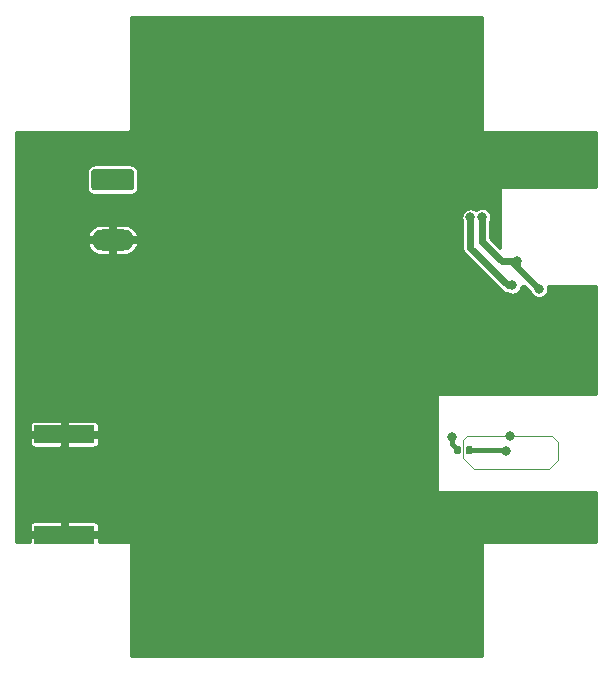
<source format=gbr>
G04 #@! TF.GenerationSoftware,KiCad,Pcbnew,5.1.2-1.fc30*
G04 #@! TF.CreationDate,2019-06-07T11:55:58+09:00*
G04 #@! TF.ProjectId,ltc6268_tia,6c746336-3236-4385-9f74-69612e6b6963,rev?*
G04 #@! TF.SameCoordinates,Original*
G04 #@! TF.FileFunction,Copper,L2,Bot*
G04 #@! TF.FilePolarity,Positive*
%FSLAX46Y46*%
G04 Gerber Fmt 4.6, Leading zero omitted, Abs format (unit mm)*
G04 Created by KiCad (PCBNEW 5.1.2-1.fc30) date 2019-06-07 11:55:58*
%MOMM*%
%LPD*%
G04 APERTURE LIST*
%ADD10O,3.600000X1.800000*%
%ADD11C,0.100000*%
%ADD12C,1.800000*%
%ADD13C,0.590000*%
%ADD14R,5.080000X1.500000*%
%ADD15C,1.600000*%
%ADD16C,0.800000*%
%ADD17C,0.120000*%
%ADD18C,0.600000*%
%ADD19C,0.400000*%
%ADD20C,0.254000*%
G04 APERTURE END LIST*
D10*
X68600000Y-44280000D03*
D11*
G36*
X70174504Y-38301204D02*
G01*
X70198773Y-38304804D01*
X70222571Y-38310765D01*
X70245671Y-38319030D01*
X70267849Y-38329520D01*
X70288893Y-38342133D01*
X70308598Y-38356747D01*
X70326777Y-38373223D01*
X70343253Y-38391402D01*
X70357867Y-38411107D01*
X70370480Y-38432151D01*
X70380970Y-38454329D01*
X70389235Y-38477429D01*
X70395196Y-38501227D01*
X70398796Y-38525496D01*
X70400000Y-38550000D01*
X70400000Y-39850000D01*
X70398796Y-39874504D01*
X70395196Y-39898773D01*
X70389235Y-39922571D01*
X70380970Y-39945671D01*
X70370480Y-39967849D01*
X70357867Y-39988893D01*
X70343253Y-40008598D01*
X70326777Y-40026777D01*
X70308598Y-40043253D01*
X70288893Y-40057867D01*
X70267849Y-40070480D01*
X70245671Y-40080970D01*
X70222571Y-40089235D01*
X70198773Y-40095196D01*
X70174504Y-40098796D01*
X70150000Y-40100000D01*
X67050000Y-40100000D01*
X67025496Y-40098796D01*
X67001227Y-40095196D01*
X66977429Y-40089235D01*
X66954329Y-40080970D01*
X66932151Y-40070480D01*
X66911107Y-40057867D01*
X66891402Y-40043253D01*
X66873223Y-40026777D01*
X66856747Y-40008598D01*
X66842133Y-39988893D01*
X66829520Y-39967849D01*
X66819030Y-39945671D01*
X66810765Y-39922571D01*
X66804804Y-39898773D01*
X66801204Y-39874504D01*
X66800000Y-39850000D01*
X66800000Y-38550000D01*
X66801204Y-38525496D01*
X66804804Y-38501227D01*
X66810765Y-38477429D01*
X66819030Y-38454329D01*
X66829520Y-38432151D01*
X66842133Y-38411107D01*
X66856747Y-38391402D01*
X66873223Y-38373223D01*
X66891402Y-38356747D01*
X66911107Y-38342133D01*
X66932151Y-38329520D01*
X66954329Y-38319030D01*
X66977429Y-38310765D01*
X67001227Y-38304804D01*
X67025496Y-38301204D01*
X67050000Y-38300000D01*
X70150000Y-38300000D01*
X70174504Y-38301204D01*
X70174504Y-38301204D01*
G37*
D12*
X68600000Y-39200000D03*
D11*
G36*
X98946958Y-61780710D02*
G01*
X98961276Y-61782834D01*
X98975317Y-61786351D01*
X98988946Y-61791228D01*
X99002031Y-61797417D01*
X99014447Y-61804858D01*
X99026073Y-61813481D01*
X99036798Y-61823202D01*
X99046519Y-61833927D01*
X99055142Y-61845553D01*
X99062583Y-61857969D01*
X99068772Y-61871054D01*
X99073649Y-61884683D01*
X99077166Y-61898724D01*
X99079290Y-61913042D01*
X99080000Y-61927500D01*
X99080000Y-62272500D01*
X99079290Y-62286958D01*
X99077166Y-62301276D01*
X99073649Y-62315317D01*
X99068772Y-62328946D01*
X99062583Y-62342031D01*
X99055142Y-62354447D01*
X99046519Y-62366073D01*
X99036798Y-62376798D01*
X99026073Y-62386519D01*
X99014447Y-62395142D01*
X99002031Y-62402583D01*
X98988946Y-62408772D01*
X98975317Y-62413649D01*
X98961276Y-62417166D01*
X98946958Y-62419290D01*
X98932500Y-62420000D01*
X98637500Y-62420000D01*
X98623042Y-62419290D01*
X98608724Y-62417166D01*
X98594683Y-62413649D01*
X98581054Y-62408772D01*
X98567969Y-62402583D01*
X98555553Y-62395142D01*
X98543927Y-62386519D01*
X98533202Y-62376798D01*
X98523481Y-62366073D01*
X98514858Y-62354447D01*
X98507417Y-62342031D01*
X98501228Y-62328946D01*
X98496351Y-62315317D01*
X98492834Y-62301276D01*
X98490710Y-62286958D01*
X98490000Y-62272500D01*
X98490000Y-61927500D01*
X98490710Y-61913042D01*
X98492834Y-61898724D01*
X98496351Y-61884683D01*
X98501228Y-61871054D01*
X98507417Y-61857969D01*
X98514858Y-61845553D01*
X98523481Y-61833927D01*
X98533202Y-61823202D01*
X98543927Y-61813481D01*
X98555553Y-61804858D01*
X98567969Y-61797417D01*
X98581054Y-61791228D01*
X98594683Y-61786351D01*
X98608724Y-61782834D01*
X98623042Y-61780710D01*
X98637500Y-61780000D01*
X98932500Y-61780000D01*
X98946958Y-61780710D01*
X98946958Y-61780710D01*
G37*
D13*
X98785000Y-62100000D03*
D11*
G36*
X97976958Y-61780710D02*
G01*
X97991276Y-61782834D01*
X98005317Y-61786351D01*
X98018946Y-61791228D01*
X98032031Y-61797417D01*
X98044447Y-61804858D01*
X98056073Y-61813481D01*
X98066798Y-61823202D01*
X98076519Y-61833927D01*
X98085142Y-61845553D01*
X98092583Y-61857969D01*
X98098772Y-61871054D01*
X98103649Y-61884683D01*
X98107166Y-61898724D01*
X98109290Y-61913042D01*
X98110000Y-61927500D01*
X98110000Y-62272500D01*
X98109290Y-62286958D01*
X98107166Y-62301276D01*
X98103649Y-62315317D01*
X98098772Y-62328946D01*
X98092583Y-62342031D01*
X98085142Y-62354447D01*
X98076519Y-62366073D01*
X98066798Y-62376798D01*
X98056073Y-62386519D01*
X98044447Y-62395142D01*
X98032031Y-62402583D01*
X98018946Y-62408772D01*
X98005317Y-62413649D01*
X97991276Y-62417166D01*
X97976958Y-62419290D01*
X97962500Y-62420000D01*
X97667500Y-62420000D01*
X97653042Y-62419290D01*
X97638724Y-62417166D01*
X97624683Y-62413649D01*
X97611054Y-62408772D01*
X97597969Y-62402583D01*
X97585553Y-62395142D01*
X97573927Y-62386519D01*
X97563202Y-62376798D01*
X97553481Y-62366073D01*
X97544858Y-62354447D01*
X97537417Y-62342031D01*
X97531228Y-62328946D01*
X97526351Y-62315317D01*
X97522834Y-62301276D01*
X97520710Y-62286958D01*
X97520000Y-62272500D01*
X97520000Y-61927500D01*
X97520710Y-61913042D01*
X97522834Y-61898724D01*
X97526351Y-61884683D01*
X97531228Y-61871054D01*
X97537417Y-61857969D01*
X97544858Y-61845553D01*
X97553481Y-61833927D01*
X97563202Y-61823202D01*
X97573927Y-61813481D01*
X97585553Y-61804858D01*
X97597969Y-61797417D01*
X97611054Y-61791228D01*
X97624683Y-61786351D01*
X97638724Y-61782834D01*
X97653042Y-61780710D01*
X97667500Y-61780000D01*
X97962500Y-61780000D01*
X97976958Y-61780710D01*
X97976958Y-61780710D01*
G37*
D13*
X97815000Y-62100000D03*
D14*
X64500000Y-69250000D03*
X64500000Y-60750000D03*
D15*
X84500000Y-42500000D03*
X89000000Y-42500000D03*
X93000000Y-59000000D03*
X91000000Y-58000000D03*
X89000000Y-58000000D03*
X95175000Y-67850000D03*
X95500000Y-40000000D03*
X95500000Y-38000000D03*
X81500000Y-69500000D03*
X77500000Y-69500000D03*
X69500000Y-69000000D03*
X69500000Y-67000000D03*
X69500000Y-61000000D03*
X69500000Y-63000000D03*
X69500000Y-59000000D03*
X79500000Y-60500000D03*
X74500000Y-62500000D03*
X84500000Y-62500000D03*
X78000000Y-39500000D03*
X78000000Y-37500000D03*
X84850000Y-36550000D03*
X68500000Y-48000000D03*
X64500000Y-44500000D03*
X107350000Y-38000000D03*
X107475000Y-67850000D03*
X101475000Y-67850000D03*
X88850000Y-67825000D03*
X98250000Y-46450000D03*
X96300000Y-47850000D03*
X92450000Y-45750000D03*
X95400000Y-57850000D03*
X102050000Y-51450000D03*
X107300000Y-51450000D03*
X80350000Y-47650000D03*
X78200000Y-47650000D03*
X80350000Y-50100000D03*
X77000000Y-53050000D03*
X75450000Y-51500000D03*
X73950000Y-49950000D03*
X81450000Y-44000000D03*
X79350000Y-44000000D03*
D16*
X102235000Y-60865000D03*
X102850000Y-46100000D03*
X104700000Y-48450000D03*
X99900000Y-42350000D03*
X102450000Y-48150000D03*
X98900000Y-42400000D03*
X97300004Y-60950000D03*
X101935000Y-62135000D03*
D17*
X98635000Y-60865000D02*
X102235000Y-60865000D01*
X99200000Y-63700000D02*
X98297010Y-62797010D01*
X98297010Y-61202990D02*
X98635000Y-60865000D01*
X98297010Y-62797010D02*
X98297010Y-61202990D01*
X102900000Y-63700000D02*
X99200000Y-63700000D01*
X102235000Y-60865000D02*
X105765000Y-60865000D01*
X106300000Y-62950000D02*
X105550000Y-63700000D01*
X105765000Y-60865000D02*
X106300000Y-61400000D01*
X103000000Y-63700000D02*
X102900000Y-63700000D01*
X105550000Y-63700000D02*
X102900000Y-63700000D01*
X106300000Y-61400000D02*
X106300000Y-62950000D01*
D18*
X101550000Y-46100000D02*
X99900000Y-44450000D01*
X99900000Y-44450000D02*
X99900000Y-42350000D01*
X102850000Y-46600000D02*
X104700000Y-48450000D01*
X102850000Y-46100000D02*
X102850000Y-46600000D01*
X102350000Y-46100000D02*
X102850000Y-46600000D01*
X102250000Y-46100000D02*
X102350000Y-46100000D01*
X102250000Y-46100000D02*
X101550000Y-46100000D01*
X102850000Y-46100000D02*
X102250000Y-46100000D01*
X98900000Y-45000000D02*
X98900000Y-42400000D01*
X102450000Y-48150000D02*
X102050000Y-48150000D01*
X102050000Y-48150000D02*
X98900000Y-45000000D01*
D19*
X97815000Y-62100000D02*
X97300004Y-61585004D01*
X97300004Y-61585004D02*
X97300004Y-61515685D01*
X97300004Y-61515685D02*
X97300004Y-60950000D01*
X101900000Y-62100000D02*
X101935000Y-62135000D01*
X98785000Y-62100000D02*
X101900000Y-62100000D01*
D20*
G36*
X99873000Y-35000000D02*
G01*
X99875440Y-35024776D01*
X99882667Y-35048601D01*
X99894403Y-35070557D01*
X99910197Y-35089803D01*
X99929443Y-35105597D01*
X99951399Y-35117333D01*
X99975224Y-35124560D01*
X100000000Y-35127000D01*
X109569001Y-35127000D01*
X109569001Y-39823000D01*
X101500000Y-39823000D01*
X101475224Y-39825440D01*
X101451399Y-39832667D01*
X101429443Y-39844403D01*
X101410197Y-39860197D01*
X101394403Y-39879443D01*
X101382667Y-39901399D01*
X101375440Y-39925224D01*
X101373000Y-39950000D01*
X101373000Y-44959921D01*
X100581000Y-44167922D01*
X100581000Y-42736574D01*
X100592113Y-42719942D01*
X100650987Y-42577809D01*
X100681000Y-42426922D01*
X100681000Y-42273078D01*
X100650987Y-42122191D01*
X100592113Y-41980058D01*
X100506642Y-41852141D01*
X100397859Y-41743358D01*
X100269942Y-41657887D01*
X100127809Y-41599013D01*
X99976922Y-41569000D01*
X99823078Y-41569000D01*
X99672191Y-41599013D01*
X99530058Y-41657887D01*
X99402141Y-41743358D01*
X99370453Y-41775046D01*
X99269942Y-41707887D01*
X99127809Y-41649013D01*
X98976922Y-41619000D01*
X98823078Y-41619000D01*
X98672191Y-41649013D01*
X98530058Y-41707887D01*
X98402141Y-41793358D01*
X98293358Y-41902141D01*
X98207887Y-42030058D01*
X98149013Y-42172191D01*
X98119000Y-42323078D01*
X98119000Y-42476922D01*
X98149013Y-42627809D01*
X98207887Y-42769942D01*
X98219001Y-42786575D01*
X98219000Y-44966547D01*
X98215705Y-45000000D01*
X98219000Y-45033452D01*
X98228854Y-45133498D01*
X98267794Y-45261867D01*
X98331030Y-45380173D01*
X98416130Y-45483869D01*
X98442122Y-45505200D01*
X101544800Y-48607879D01*
X101566130Y-48633870D01*
X101669826Y-48718970D01*
X101788132Y-48782206D01*
X101912532Y-48819942D01*
X101916501Y-48821146D01*
X102050000Y-48834295D01*
X102065999Y-48832719D01*
X102080058Y-48842113D01*
X102222191Y-48900987D01*
X102373078Y-48931000D01*
X102526922Y-48931000D01*
X102677809Y-48900987D01*
X102819942Y-48842113D01*
X102947859Y-48756642D01*
X103056642Y-48647859D01*
X103142113Y-48519942D01*
X103200987Y-48377809D01*
X103231000Y-48226922D01*
X103231000Y-48177000D01*
X103463921Y-48177000D01*
X103945110Y-48658189D01*
X103949013Y-48677809D01*
X104007887Y-48819942D01*
X104093358Y-48947859D01*
X104202141Y-49056642D01*
X104330058Y-49142113D01*
X104472191Y-49200987D01*
X104623078Y-49231000D01*
X104776922Y-49231000D01*
X104927809Y-49200987D01*
X105069942Y-49142113D01*
X105197859Y-49056642D01*
X105306642Y-48947859D01*
X105392113Y-48819942D01*
X105450987Y-48677809D01*
X105481000Y-48526922D01*
X105481000Y-48373078D01*
X105450987Y-48222191D01*
X105432268Y-48177000D01*
X109569001Y-48177000D01*
X109569000Y-57373000D01*
X96200000Y-57373000D01*
X96175224Y-57375440D01*
X96151399Y-57382667D01*
X96129443Y-57394403D01*
X96110197Y-57410197D01*
X96094403Y-57429443D01*
X96082667Y-57451399D01*
X96075440Y-57475224D01*
X96073000Y-57500000D01*
X96073000Y-65500000D01*
X96075440Y-65524776D01*
X96082667Y-65548601D01*
X96094403Y-65570557D01*
X96110197Y-65589803D01*
X96129443Y-65605597D01*
X96151399Y-65617333D01*
X96175224Y-65624560D01*
X96200000Y-65627000D01*
X109569000Y-65627000D01*
X109569000Y-69873000D01*
X100000000Y-69873000D01*
X99975224Y-69875440D01*
X99951399Y-69882667D01*
X99929443Y-69894403D01*
X99910197Y-69910197D01*
X99894403Y-69929443D01*
X99882667Y-69951399D01*
X99875440Y-69975224D01*
X99873000Y-70000000D01*
X99873000Y-79569000D01*
X70127000Y-79569000D01*
X70127000Y-70000000D01*
X70124560Y-69975224D01*
X70117333Y-69951399D01*
X70105597Y-69929443D01*
X70089803Y-69910197D01*
X70070557Y-69894403D01*
X70048601Y-69882667D01*
X70024776Y-69875440D01*
X70000000Y-69873000D01*
X67422301Y-69873000D01*
X67421000Y-69568250D01*
X67325750Y-69473000D01*
X64723000Y-69473000D01*
X64723000Y-69493000D01*
X64277000Y-69493000D01*
X64277000Y-69473000D01*
X61674250Y-69473000D01*
X61579000Y-69568250D01*
X61577699Y-69873000D01*
X60431000Y-69873000D01*
X60431000Y-68500000D01*
X61577157Y-68500000D01*
X61579000Y-68931750D01*
X61674250Y-69027000D01*
X64277000Y-69027000D01*
X64277000Y-68214250D01*
X64723000Y-68214250D01*
X64723000Y-69027000D01*
X67325750Y-69027000D01*
X67421000Y-68931750D01*
X67422843Y-68500000D01*
X67415487Y-68425311D01*
X67393701Y-68353492D01*
X67358322Y-68287304D01*
X67310711Y-68229289D01*
X67252696Y-68181678D01*
X67186508Y-68146299D01*
X67114689Y-68124513D01*
X67040000Y-68117157D01*
X64818250Y-68119000D01*
X64723000Y-68214250D01*
X64277000Y-68214250D01*
X64181750Y-68119000D01*
X61960000Y-68117157D01*
X61885311Y-68124513D01*
X61813492Y-68146299D01*
X61747304Y-68181678D01*
X61689289Y-68229289D01*
X61641678Y-68287304D01*
X61606299Y-68353492D01*
X61584513Y-68425311D01*
X61577157Y-68500000D01*
X60431000Y-68500000D01*
X60431000Y-61500000D01*
X61577157Y-61500000D01*
X61584513Y-61574689D01*
X61606299Y-61646508D01*
X61641678Y-61712696D01*
X61689289Y-61770711D01*
X61747304Y-61818322D01*
X61813492Y-61853701D01*
X61885311Y-61875487D01*
X61960000Y-61882843D01*
X64181750Y-61881000D01*
X64277000Y-61785750D01*
X64277000Y-60973000D01*
X64723000Y-60973000D01*
X64723000Y-61785750D01*
X64818250Y-61881000D01*
X67040000Y-61882843D01*
X67114689Y-61875487D01*
X67186508Y-61853701D01*
X67252696Y-61818322D01*
X67310711Y-61770711D01*
X67358322Y-61712696D01*
X67393701Y-61646508D01*
X67415487Y-61574689D01*
X67422843Y-61500000D01*
X67421000Y-61068250D01*
X67325750Y-60973000D01*
X64723000Y-60973000D01*
X64277000Y-60973000D01*
X61674250Y-60973000D01*
X61579000Y-61068250D01*
X61577157Y-61500000D01*
X60431000Y-61500000D01*
X60431000Y-60000000D01*
X61577157Y-60000000D01*
X61579000Y-60431750D01*
X61674250Y-60527000D01*
X64277000Y-60527000D01*
X64277000Y-59714250D01*
X64723000Y-59714250D01*
X64723000Y-60527000D01*
X67325750Y-60527000D01*
X67421000Y-60431750D01*
X67422843Y-60000000D01*
X67415487Y-59925311D01*
X67393701Y-59853492D01*
X67358322Y-59787304D01*
X67310711Y-59729289D01*
X67252696Y-59681678D01*
X67186508Y-59646299D01*
X67114689Y-59624513D01*
X67040000Y-59617157D01*
X64818250Y-59619000D01*
X64723000Y-59714250D01*
X64277000Y-59714250D01*
X64181750Y-59619000D01*
X61960000Y-59617157D01*
X61885311Y-59624513D01*
X61813492Y-59646299D01*
X61747304Y-59681678D01*
X61689289Y-59729289D01*
X61641678Y-59787304D01*
X61606299Y-59853492D01*
X61584513Y-59925311D01*
X61577157Y-60000000D01*
X60431000Y-60000000D01*
X60431000Y-44697587D01*
X66488975Y-44697587D01*
X66510995Y-44806267D01*
X66636511Y-45028118D01*
X66802896Y-45221220D01*
X67003757Y-45378151D01*
X67231374Y-45492881D01*
X67477000Y-45561000D01*
X68377000Y-45561000D01*
X68377000Y-44503000D01*
X68823000Y-44503000D01*
X68823000Y-45561000D01*
X69723000Y-45561000D01*
X69968626Y-45492881D01*
X70196243Y-45378151D01*
X70397104Y-45221220D01*
X70563489Y-45028118D01*
X70689005Y-44806267D01*
X70711025Y-44697587D01*
X70664592Y-44503000D01*
X68823000Y-44503000D01*
X68377000Y-44503000D01*
X66535408Y-44503000D01*
X66488975Y-44697587D01*
X60431000Y-44697587D01*
X60431000Y-43862413D01*
X66488975Y-43862413D01*
X66535408Y-44057000D01*
X68377000Y-44057000D01*
X68377000Y-42999000D01*
X68823000Y-42999000D01*
X68823000Y-44057000D01*
X70664592Y-44057000D01*
X70711025Y-43862413D01*
X70689005Y-43753733D01*
X70563489Y-43531882D01*
X70397104Y-43338780D01*
X70196243Y-43181849D01*
X69968626Y-43067119D01*
X69723000Y-42999000D01*
X68823000Y-42999000D01*
X68377000Y-42999000D01*
X67477000Y-42999000D01*
X67231374Y-43067119D01*
X67003757Y-43181849D01*
X66802896Y-43338780D01*
X66636511Y-43531882D01*
X66510995Y-43753733D01*
X66488975Y-43862413D01*
X60431000Y-43862413D01*
X60431000Y-38550000D01*
X66417157Y-38550000D01*
X66417157Y-39850000D01*
X66429317Y-39973462D01*
X66465329Y-40092179D01*
X66523810Y-40201589D01*
X66602512Y-40297488D01*
X66698411Y-40376190D01*
X66807821Y-40434671D01*
X66926538Y-40470683D01*
X67050000Y-40482843D01*
X70150000Y-40482843D01*
X70273462Y-40470683D01*
X70392179Y-40434671D01*
X70501589Y-40376190D01*
X70597488Y-40297488D01*
X70676190Y-40201589D01*
X70734671Y-40092179D01*
X70770683Y-39973462D01*
X70782843Y-39850000D01*
X70782843Y-38550000D01*
X70770683Y-38426538D01*
X70734671Y-38307821D01*
X70676190Y-38198411D01*
X70597488Y-38102512D01*
X70501589Y-38023810D01*
X70392179Y-37965329D01*
X70273462Y-37929317D01*
X70150000Y-37917157D01*
X67050000Y-37917157D01*
X66926538Y-37929317D01*
X66807821Y-37965329D01*
X66698411Y-38023810D01*
X66602512Y-38102512D01*
X66523810Y-38198411D01*
X66465329Y-38307821D01*
X66429317Y-38426538D01*
X66417157Y-38550000D01*
X60431000Y-38550000D01*
X60431000Y-35127000D01*
X70000000Y-35127000D01*
X70024776Y-35124560D01*
X70048601Y-35117333D01*
X70070557Y-35105597D01*
X70089803Y-35089803D01*
X70105597Y-35070557D01*
X70117333Y-35048601D01*
X70124560Y-35024776D01*
X70127000Y-35000000D01*
X70127000Y-25431000D01*
X99873000Y-25431000D01*
X99873000Y-35000000D01*
X99873000Y-35000000D01*
G37*
X99873000Y-35000000D02*
X99875440Y-35024776D01*
X99882667Y-35048601D01*
X99894403Y-35070557D01*
X99910197Y-35089803D01*
X99929443Y-35105597D01*
X99951399Y-35117333D01*
X99975224Y-35124560D01*
X100000000Y-35127000D01*
X109569001Y-35127000D01*
X109569001Y-39823000D01*
X101500000Y-39823000D01*
X101475224Y-39825440D01*
X101451399Y-39832667D01*
X101429443Y-39844403D01*
X101410197Y-39860197D01*
X101394403Y-39879443D01*
X101382667Y-39901399D01*
X101375440Y-39925224D01*
X101373000Y-39950000D01*
X101373000Y-44959921D01*
X100581000Y-44167922D01*
X100581000Y-42736574D01*
X100592113Y-42719942D01*
X100650987Y-42577809D01*
X100681000Y-42426922D01*
X100681000Y-42273078D01*
X100650987Y-42122191D01*
X100592113Y-41980058D01*
X100506642Y-41852141D01*
X100397859Y-41743358D01*
X100269942Y-41657887D01*
X100127809Y-41599013D01*
X99976922Y-41569000D01*
X99823078Y-41569000D01*
X99672191Y-41599013D01*
X99530058Y-41657887D01*
X99402141Y-41743358D01*
X99370453Y-41775046D01*
X99269942Y-41707887D01*
X99127809Y-41649013D01*
X98976922Y-41619000D01*
X98823078Y-41619000D01*
X98672191Y-41649013D01*
X98530058Y-41707887D01*
X98402141Y-41793358D01*
X98293358Y-41902141D01*
X98207887Y-42030058D01*
X98149013Y-42172191D01*
X98119000Y-42323078D01*
X98119000Y-42476922D01*
X98149013Y-42627809D01*
X98207887Y-42769942D01*
X98219001Y-42786575D01*
X98219000Y-44966547D01*
X98215705Y-45000000D01*
X98219000Y-45033452D01*
X98228854Y-45133498D01*
X98267794Y-45261867D01*
X98331030Y-45380173D01*
X98416130Y-45483869D01*
X98442122Y-45505200D01*
X101544800Y-48607879D01*
X101566130Y-48633870D01*
X101669826Y-48718970D01*
X101788132Y-48782206D01*
X101912532Y-48819942D01*
X101916501Y-48821146D01*
X102050000Y-48834295D01*
X102065999Y-48832719D01*
X102080058Y-48842113D01*
X102222191Y-48900987D01*
X102373078Y-48931000D01*
X102526922Y-48931000D01*
X102677809Y-48900987D01*
X102819942Y-48842113D01*
X102947859Y-48756642D01*
X103056642Y-48647859D01*
X103142113Y-48519942D01*
X103200987Y-48377809D01*
X103231000Y-48226922D01*
X103231000Y-48177000D01*
X103463921Y-48177000D01*
X103945110Y-48658189D01*
X103949013Y-48677809D01*
X104007887Y-48819942D01*
X104093358Y-48947859D01*
X104202141Y-49056642D01*
X104330058Y-49142113D01*
X104472191Y-49200987D01*
X104623078Y-49231000D01*
X104776922Y-49231000D01*
X104927809Y-49200987D01*
X105069942Y-49142113D01*
X105197859Y-49056642D01*
X105306642Y-48947859D01*
X105392113Y-48819942D01*
X105450987Y-48677809D01*
X105481000Y-48526922D01*
X105481000Y-48373078D01*
X105450987Y-48222191D01*
X105432268Y-48177000D01*
X109569001Y-48177000D01*
X109569000Y-57373000D01*
X96200000Y-57373000D01*
X96175224Y-57375440D01*
X96151399Y-57382667D01*
X96129443Y-57394403D01*
X96110197Y-57410197D01*
X96094403Y-57429443D01*
X96082667Y-57451399D01*
X96075440Y-57475224D01*
X96073000Y-57500000D01*
X96073000Y-65500000D01*
X96075440Y-65524776D01*
X96082667Y-65548601D01*
X96094403Y-65570557D01*
X96110197Y-65589803D01*
X96129443Y-65605597D01*
X96151399Y-65617333D01*
X96175224Y-65624560D01*
X96200000Y-65627000D01*
X109569000Y-65627000D01*
X109569000Y-69873000D01*
X100000000Y-69873000D01*
X99975224Y-69875440D01*
X99951399Y-69882667D01*
X99929443Y-69894403D01*
X99910197Y-69910197D01*
X99894403Y-69929443D01*
X99882667Y-69951399D01*
X99875440Y-69975224D01*
X99873000Y-70000000D01*
X99873000Y-79569000D01*
X70127000Y-79569000D01*
X70127000Y-70000000D01*
X70124560Y-69975224D01*
X70117333Y-69951399D01*
X70105597Y-69929443D01*
X70089803Y-69910197D01*
X70070557Y-69894403D01*
X70048601Y-69882667D01*
X70024776Y-69875440D01*
X70000000Y-69873000D01*
X67422301Y-69873000D01*
X67421000Y-69568250D01*
X67325750Y-69473000D01*
X64723000Y-69473000D01*
X64723000Y-69493000D01*
X64277000Y-69493000D01*
X64277000Y-69473000D01*
X61674250Y-69473000D01*
X61579000Y-69568250D01*
X61577699Y-69873000D01*
X60431000Y-69873000D01*
X60431000Y-68500000D01*
X61577157Y-68500000D01*
X61579000Y-68931750D01*
X61674250Y-69027000D01*
X64277000Y-69027000D01*
X64277000Y-68214250D01*
X64723000Y-68214250D01*
X64723000Y-69027000D01*
X67325750Y-69027000D01*
X67421000Y-68931750D01*
X67422843Y-68500000D01*
X67415487Y-68425311D01*
X67393701Y-68353492D01*
X67358322Y-68287304D01*
X67310711Y-68229289D01*
X67252696Y-68181678D01*
X67186508Y-68146299D01*
X67114689Y-68124513D01*
X67040000Y-68117157D01*
X64818250Y-68119000D01*
X64723000Y-68214250D01*
X64277000Y-68214250D01*
X64181750Y-68119000D01*
X61960000Y-68117157D01*
X61885311Y-68124513D01*
X61813492Y-68146299D01*
X61747304Y-68181678D01*
X61689289Y-68229289D01*
X61641678Y-68287304D01*
X61606299Y-68353492D01*
X61584513Y-68425311D01*
X61577157Y-68500000D01*
X60431000Y-68500000D01*
X60431000Y-61500000D01*
X61577157Y-61500000D01*
X61584513Y-61574689D01*
X61606299Y-61646508D01*
X61641678Y-61712696D01*
X61689289Y-61770711D01*
X61747304Y-61818322D01*
X61813492Y-61853701D01*
X61885311Y-61875487D01*
X61960000Y-61882843D01*
X64181750Y-61881000D01*
X64277000Y-61785750D01*
X64277000Y-60973000D01*
X64723000Y-60973000D01*
X64723000Y-61785750D01*
X64818250Y-61881000D01*
X67040000Y-61882843D01*
X67114689Y-61875487D01*
X67186508Y-61853701D01*
X67252696Y-61818322D01*
X67310711Y-61770711D01*
X67358322Y-61712696D01*
X67393701Y-61646508D01*
X67415487Y-61574689D01*
X67422843Y-61500000D01*
X67421000Y-61068250D01*
X67325750Y-60973000D01*
X64723000Y-60973000D01*
X64277000Y-60973000D01*
X61674250Y-60973000D01*
X61579000Y-61068250D01*
X61577157Y-61500000D01*
X60431000Y-61500000D01*
X60431000Y-60000000D01*
X61577157Y-60000000D01*
X61579000Y-60431750D01*
X61674250Y-60527000D01*
X64277000Y-60527000D01*
X64277000Y-59714250D01*
X64723000Y-59714250D01*
X64723000Y-60527000D01*
X67325750Y-60527000D01*
X67421000Y-60431750D01*
X67422843Y-60000000D01*
X67415487Y-59925311D01*
X67393701Y-59853492D01*
X67358322Y-59787304D01*
X67310711Y-59729289D01*
X67252696Y-59681678D01*
X67186508Y-59646299D01*
X67114689Y-59624513D01*
X67040000Y-59617157D01*
X64818250Y-59619000D01*
X64723000Y-59714250D01*
X64277000Y-59714250D01*
X64181750Y-59619000D01*
X61960000Y-59617157D01*
X61885311Y-59624513D01*
X61813492Y-59646299D01*
X61747304Y-59681678D01*
X61689289Y-59729289D01*
X61641678Y-59787304D01*
X61606299Y-59853492D01*
X61584513Y-59925311D01*
X61577157Y-60000000D01*
X60431000Y-60000000D01*
X60431000Y-44697587D01*
X66488975Y-44697587D01*
X66510995Y-44806267D01*
X66636511Y-45028118D01*
X66802896Y-45221220D01*
X67003757Y-45378151D01*
X67231374Y-45492881D01*
X67477000Y-45561000D01*
X68377000Y-45561000D01*
X68377000Y-44503000D01*
X68823000Y-44503000D01*
X68823000Y-45561000D01*
X69723000Y-45561000D01*
X69968626Y-45492881D01*
X70196243Y-45378151D01*
X70397104Y-45221220D01*
X70563489Y-45028118D01*
X70689005Y-44806267D01*
X70711025Y-44697587D01*
X70664592Y-44503000D01*
X68823000Y-44503000D01*
X68377000Y-44503000D01*
X66535408Y-44503000D01*
X66488975Y-44697587D01*
X60431000Y-44697587D01*
X60431000Y-43862413D01*
X66488975Y-43862413D01*
X66535408Y-44057000D01*
X68377000Y-44057000D01*
X68377000Y-42999000D01*
X68823000Y-42999000D01*
X68823000Y-44057000D01*
X70664592Y-44057000D01*
X70711025Y-43862413D01*
X70689005Y-43753733D01*
X70563489Y-43531882D01*
X70397104Y-43338780D01*
X70196243Y-43181849D01*
X69968626Y-43067119D01*
X69723000Y-42999000D01*
X68823000Y-42999000D01*
X68377000Y-42999000D01*
X67477000Y-42999000D01*
X67231374Y-43067119D01*
X67003757Y-43181849D01*
X66802896Y-43338780D01*
X66636511Y-43531882D01*
X66510995Y-43753733D01*
X66488975Y-43862413D01*
X60431000Y-43862413D01*
X60431000Y-38550000D01*
X66417157Y-38550000D01*
X66417157Y-39850000D01*
X66429317Y-39973462D01*
X66465329Y-40092179D01*
X66523810Y-40201589D01*
X66602512Y-40297488D01*
X66698411Y-40376190D01*
X66807821Y-40434671D01*
X66926538Y-40470683D01*
X67050000Y-40482843D01*
X70150000Y-40482843D01*
X70273462Y-40470683D01*
X70392179Y-40434671D01*
X70501589Y-40376190D01*
X70597488Y-40297488D01*
X70676190Y-40201589D01*
X70734671Y-40092179D01*
X70770683Y-39973462D01*
X70782843Y-39850000D01*
X70782843Y-38550000D01*
X70770683Y-38426538D01*
X70734671Y-38307821D01*
X70676190Y-38198411D01*
X70597488Y-38102512D01*
X70501589Y-38023810D01*
X70392179Y-37965329D01*
X70273462Y-37929317D01*
X70150000Y-37917157D01*
X67050000Y-37917157D01*
X66926538Y-37929317D01*
X66807821Y-37965329D01*
X66698411Y-38023810D01*
X66602512Y-38102512D01*
X66523810Y-38198411D01*
X66465329Y-38307821D01*
X66429317Y-38426538D01*
X66417157Y-38550000D01*
X60431000Y-38550000D01*
X60431000Y-35127000D01*
X70000000Y-35127000D01*
X70024776Y-35124560D01*
X70048601Y-35117333D01*
X70070557Y-35105597D01*
X70089803Y-35089803D01*
X70105597Y-35070557D01*
X70117333Y-35048601D01*
X70124560Y-35024776D01*
X70127000Y-35000000D01*
X70127000Y-25431000D01*
X99873000Y-25431000D01*
X99873000Y-35000000D01*
M02*

</source>
